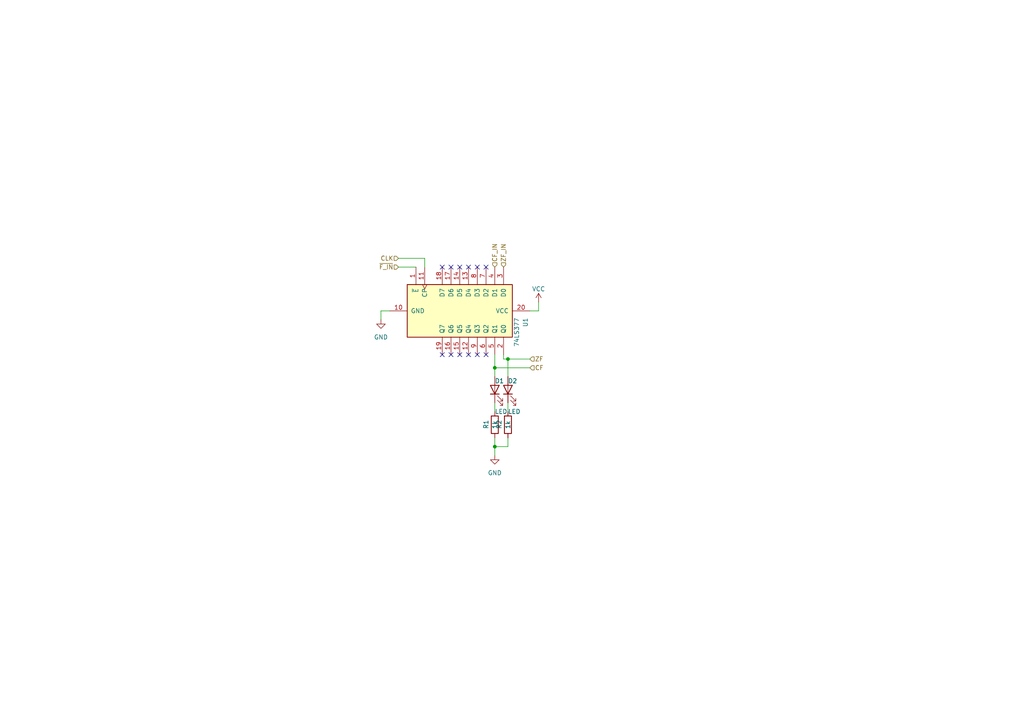
<source format=kicad_sch>
(kicad_sch (version 20230121) (generator eeschema)
  (paper "A4")
  (lib_symbols
    (symbol "74xx:74LS377" (pin_names (offset 1.016))
      (property "Reference" "U" (at -7.62 16.51 0))
      (property "Value" "74LS377" (at -7.62 -16.51 0))
      (symbol "74LS377_1_0"
        (pin input line (at -12.7 -12.7 0) (length 5.08) (name "~{E}") (number "1"))
        (pin power_in line (at 0 -20.32 90) (length 5.08) (name "GND") (number "10"))
        (pin input clock (at -12.7 -10.16 0) (length 5.08) (name "CP") (number "11"))
        (pin output line (at 12.7 2.54 180) (length 5.08) (name "Q4") (number "12"))
        (pin input line (at -12.7 2.54 0) (length 5.08) (name "D4") (number "13"))
        (pin input line (at -12.7 0 0) (length 5.08) (name "D5") (number "14"))
        (pin output line (at 12.7 0 180) (length 5.08) (name "Q5") (number "15"))
        (pin output line (at 12.7 -2.54 180) (length 5.08) (name "Q6") (number "16"))
        (pin input line (at -12.7 -2.54 0) (length 5.08) (name "D6") (number "17"))
        (pin input line (at -12.7 -5.08 0) (length 5.08) (name "D7") (number "18"))
        (pin output line (at 12.7 -5.08 180) (length 5.08) (name "Q7") (number "19"))
        (pin output line (at 12.7 12.7 180) (length 5.08) (name "Q0") (number "2"))
        (pin power_in line (at 0 20.32 270) (length 5.08) (name "VCC") (number "20"))
        (pin input line (at -12.7 12.7 0) (length 5.08) (name "D0") (number "3"))
        (pin input line (at -12.7 10.16 0) (length 5.08) (name "D1") (number "4"))
        (pin output line (at 12.7 10.16 180) (length 5.08) (name "Q1") (number "5"))
        (pin output line (at 12.7 7.62 180) (length 5.08) (name "Q2") (number "6"))
        (pin input line (at -12.7 7.62 0) (length 5.08) (name "D2") (number "7"))
        (pin input line (at -12.7 5.08 0) (length 5.08) (name "D3") (number "8"))
        (pin output line (at 12.7 5.08 180) (length 5.08) (name "Q3") (number "9"))
      )
      (symbol "74LS377_1_1"
        (rectangle (start -7.62 15.24) (end 7.62 -15.24) (stroke (width 0.254)) (fill (type background)))
      )
    )
    (symbol "Device:LED" (pin_numbers hide) (pin_names (offset 1.016) hide)
      (property "Reference" "D" (at 0 2.54 0))
      (property "Value" "LED" (at 0 -2.54 0))
      (symbol "LED_0_1"
        (polyline (pts (xy -1.27 -1.27) (xy -1.27 1.27)) (stroke (width 0.254)))
        (polyline (pts (xy -1.27 0) (xy 1.27 0)))
        (polyline (pts (xy 1.27 -1.27) (xy 1.27 1.27) (xy -1.27 0) (xy 1.27 -1.27)) (stroke (width 0.254)))
        (polyline (pts (xy -3.048 -0.762) (xy -4.572 -2.286) (xy -3.81 -2.286) (xy -4.572 -2.286) (xy -4.572 -1.524)))
        (polyline (pts (xy -1.778 -0.762) (xy -3.302 -2.286) (xy -2.54 -2.286) (xy -3.302 -2.286) (xy -3.302 -1.524)))
      )
      (symbol "LED_1_1"
        (pin passive line (at -3.81 0 0) (length 2.54) (name "K") (number "1"))
        (pin passive line (at 3.81 0 180) (length 2.54) (name "A") (number "2"))
      )
    )
    (symbol "Device:R" (pin_numbers hide) (pin_names (offset 0))
      (property "Reference" "R" (at 2.032 0 90))
      (property "Value" "R" (at 0 0 90))
      (symbol "R_0_1"
        (rectangle (start -1.016 -2.54) (end 1.016 2.54) (stroke (width 0.254)))
      )
      (symbol "R_1_1"
        (pin passive line (at 0 3.81 270) (length 1.27) (name "~") (number "1"))
        (pin passive line (at 0 -3.81 90) (length 1.27) (name "~") (number "2"))
      )
    )
    (symbol "power:GND" (power) (pin_names (offset 0))
      (property "Value" "GND" (at 0 -3.81 0))
      (symbol "GND_0_1"
        (polyline (pts (xy 0 0) (xy 0 -1.27) (xy 1.27 -1.27) (xy 0 -2.54) (xy -1.27 -1.27) (xy 0 -1.27)))
      )
      (symbol "GND_1_1"
        (pin power_in line (at 0 0 270) (length 0) hide (name "GND") (number "1"))
      )
    )
    (symbol "power:VCC" (power) (pin_names (offset 0))
      (property "Value" "VCC" (at 0 3.81 0))
      (symbol "VCC_0_1"
        (polyline (pts (xy -0.762 1.27) (xy 0 2.54)))
        (polyline (pts (xy 0 0) (xy 0 2.54)))
        (polyline (pts (xy 0 2.54) (xy 0.762 1.27)))
      )
      (symbol "VCC_1_1"
        (pin power_in line (at 0 0 90) (length 0) hide (name "VCC") (number "1"))
      )
    )
  )
  (junction (at 143.51 106.68))
  (junction (at 143.51 129.54))
  (junction (at 147.32 104.14))
  (no_connect (at 133.35 102.87))
  (no_connect (at 138.43 102.87))
  (no_connect (at 135.89 102.87))
  (no_connect (at 140.97 77.47))
  (no_connect (at 135.89 77.47))
  (no_connect (at 128.27 102.87))
  (no_connect (at 130.81 77.47))
  (no_connect (at 133.35 77.47))
  (no_connect (at 130.81 102.87))
  (no_connect (at 138.43 77.47))
  (no_connect (at 128.27 77.47))
  (no_connect (at 140.97 102.87))
  (wire (pts (xy 143.51 116.84) (xy 143.51 119.38)))
  (wire (pts (xy 110.49 90.17) (xy 113.03 90.17)))
  (wire (pts (xy 143.51 102.87) (xy 143.51 106.68)))
  (wire (pts (xy 147.32 104.14) (xy 153.67 104.14)))
  (wire (pts (xy 147.32 116.84) (xy 147.32 119.38)))
  (wire (pts (xy 115.57 74.93) (xy 123.19 74.93)))
  (wire (pts (xy 123.19 74.93) (xy 123.19 77.47)))
  (wire (pts (xy 143.51 127) (xy 143.51 129.54)))
  (wire (pts (xy 115.57 77.47) (xy 120.65 77.47)))
  (wire (pts (xy 156.21 87.63) (xy 156.21 90.17)))
  (wire (pts (xy 110.49 92.71) (xy 110.49 90.17)))
  (wire (pts (xy 147.32 104.14) (xy 147.32 109.22)))
  (wire (pts (xy 156.21 90.17) (xy 153.67 90.17)))
  (wire (pts (xy 143.51 106.68) (xy 143.51 109.22)))
  (wire (pts (xy 146.05 104.14) (xy 147.32 104.14)))
  (wire (pts (xy 143.51 129.54) (xy 143.51 132.08)))
  (wire (pts (xy 146.05 102.87) (xy 146.05 104.14)))
  (wire (pts (xy 143.51 106.68) (xy 153.67 106.68)))
  (wire (pts (xy 143.51 129.54) (xy 147.32 129.54)))
  (wire (pts (xy 147.32 127) (xy 147.32 129.54)))
  (hierarchical_label "CF" (shape input) (at 153.67 106.68 0))
  (hierarchical_label "~{F_IN}" (shape input) (at 115.57 77.47 180))
  (hierarchical_label "CLK" (shape input) (at 115.57 74.93 180))
  (hierarchical_label "ZF" (shape input) (at 153.67 104.14 0))
  (hierarchical_label "CF_IN" (shape input) (at 143.51 77.47 90))
  (hierarchical_label "ZF_IN" (shape input) (at 146.05 77.47 90))
  (symbol (lib_id "Device:LED") (at 143.51 113.03 90) (unit 1)
    (property "Reference" "D1" (at 143.51 110.49 90) (effects (justify right)))
    (property "Value" "LED" (at 143.51 119.38 90) (effects (justify right)))
    (instances (project "schematics" (path "" (reference "D1") (unit 1)) (path "" (reference "D9") (unit 1)) (path "" (reference "D17") (unit 1)) (path "" (reference "D41") (unit 1))))
  )
  (symbol (lib_id "Device:R") (at 147.32 123.19 0) (unit 1)
    (property "Reference" "R2" (at 144.78 124.46 90) (effects (justify left)))
    (property "Value" "1k" (at 147.32 124.46 90) (effects (justify left)))
    (instances (project "schematics" (path "" (reference "R2") (unit 1)) (path "" (reference "R10") (unit 1)) (path "" (reference "R18") (unit 1)) (path "" (reference "R42") (unit 1))))
  )
  (symbol (lib_id "power:GND") (at 143.51 132.08 0) (unit 1)
    (property "Reference" "#PWR03" (effects hide))
    (property "Value" "GND" (at 143.51 137.16 0))
    (instances (project "schematics" (path "" (reference "#PWR03") (unit 1)) (path "" (reference "#PWR06") (unit 1)) (path "" (reference "#PWR010") (unit 1)) (path "" (reference "#PWR027") (unit 1))))
  )
  (symbol (lib_id "power:GND") (at 110.49 92.71 0) (unit 1)
    (property "Reference" "#PWR02" (effects hide))
    (property "Value" "GND" (at 110.49 97.79 0))
    (instances (project "schematics" (path "" (reference "#PWR02") (unit 1)) (path "" (reference "#PWR05") (unit 1)) (path "" (reference "#PWR09") (unit 1)) (path "" (reference "#PWR026") (unit 1))))
  )
  (symbol (lib_id "Device:LED") (at 147.32 113.03 90) (unit 1)
    (property "Reference" "D2" (at 147.32 110.49 90) (effects (justify right)))
    (property "Value" "LED" (at 147.32 119.38 90) (effects (justify right)))
    (instances (project "schematics" (path "" (reference "D2") (unit 1)) (path "" (reference "D10") (unit 1)) (path "" (reference "D18") (unit 1)) (path "" (reference "D42") (unit 1))))
  )
  (symbol (lib_id "74xx:74LS377") (at 133.35 90.17 270) (unit 1)
    (property "Reference" "U1" (at 152.4 92.1259 0) (effects (justify left)))
    (property "Value" "74LS377" (at 149.86 92.1259 0) (effects (justify left)))
    (property "Datasheet" "http://www.ti.com/lit/gpn/sn74LS377" (effects hide))
    (instances (project "schematics" (path "" (reference "U1") (unit 1)) (path "" (reference "U3") (unit 1)) (path "" (reference "U5") (unit 1)) (path "" (reference "U19") (unit 1))))
  )
  (symbol (lib_id "Device:R") (at 143.51 123.19 0) (unit 1)
    (property "Reference" "R1" (at 140.97 124.46 90) (effects (justify left)))
    (property "Value" "1k" (at 143.51 124.46 90) (effects (justify left)))
    (instances (project "schematics" (path "" (reference "R1") (unit 1)) (path "" (reference "R9") (unit 1)) (path "" (reference "R17") (unit 1)) (path "" (reference "R41") (unit 1))))
  )
  (symbol (lib_id "power:VCC") (at 156.21 87.63 0) (unit 1)
    (property "Reference" "#PWR04" (effects hide))
    (property "Value" "VCC" (at 156.21 83.82 0))
    (instances (project "schematics" (path "" (reference "#PWR04") (unit 1)) (path "" (reference "#PWR07") (unit 1)) (path "" (reference "#PWR011") (unit 1)) (path "" (reference "#PWR028") (unit 1))))
  )
)
</source>
